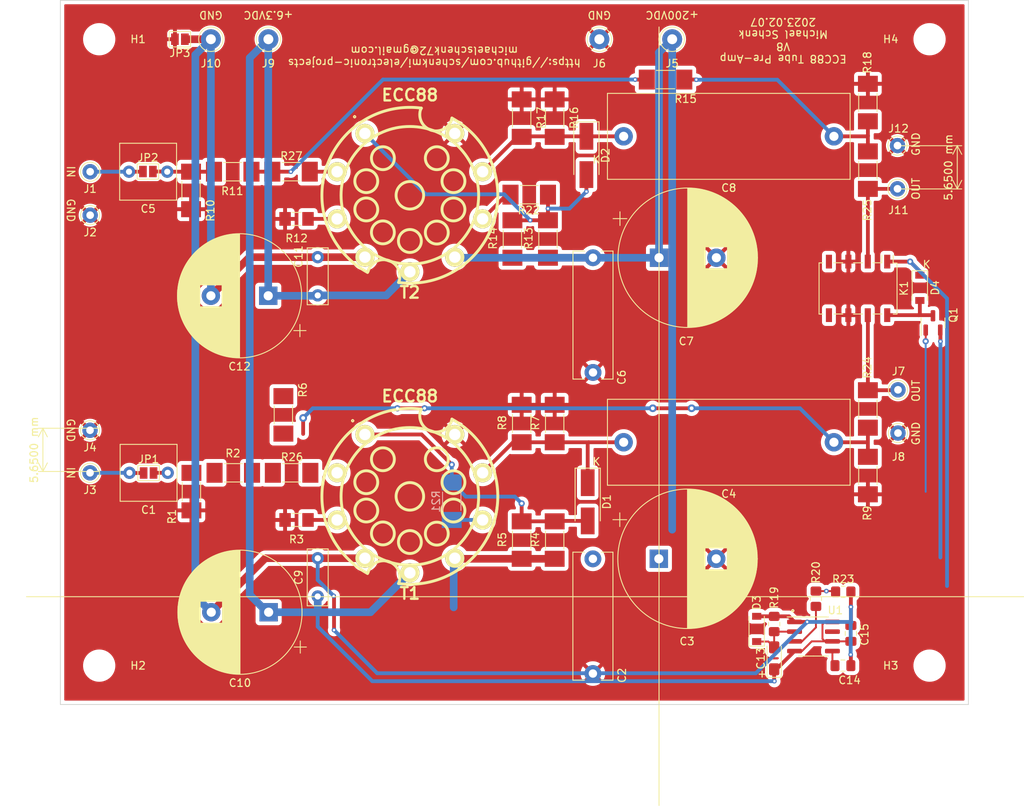
<source format=kicad_pcb>
(kicad_pcb (version 20211014) (generator pcbnew)
  (layers (0 "F.Cu" signal) (31 "B.Cu" signal) (34 "B.Paste" user) (35 "F.Paste" user) (36 "B.SilkS" user "B.Silkscreen") (37 "F.SilkS" user "F.Silkscreen") (38 "B.Mask" user) (39 "F.Mask" user) (44 "Edge.Cuts" user))
  (net 0 "")
  (net 1 "Net-(C1-Pad2)")
  (net 2 "Net-(C1-Pad1)")
  (net 3 "GND")
  (net 4 "VDDA")
  (net 5 "Net-(C4-Pad2)")
  (net 6 "Net-(C4-Pad1)")
  (net 7 "VDDF")
  (net 8 "Net-(R2-Pad1)")
  (net 9 "Net-(R3-Pad1)")
  (net 10 "Net-(C5-Pad2)")
  (net 11 "Net-(C5-Pad1)")
  (net 12 "Net-(C8-Pad2)")
  (net 13 "Net-(C8-Pad1)")
  (net 14 "Net-(R11-Pad1)")
  (net 15 "Net-(R12-Pad1)")
  (net 16 "Net-(D1-Pad2)")
  (net 17 "Net-(D2-Pad2)")
  (net 18 "Net-(R21-Pad2)")
  (net 19 "Net-(R22-Pad2)")
  (net 20 "Net-(C13-Pad2)")
  (net 21 "Net-(C14-Pad1)")
  (net 22 "Net-(D4-Pad2)")
  (net 23 "Net-(J11-Pad1)")
  (net 24 "Net-(Q1-Pad1)")
  (net 25 "Net-(R20-Pad2)")
  (net 26 "Net-(J7-Pad1)")
  (net 30 "FGND")
  (net 31 "Net-(T1-Pad2)")
  (net 32 "Net-(T2-Pad2)")
  (footprint "kicad-snk:TubeNoval-ECC88" (layer "F.Cu") (at 84.43976 135.9789 180)
    (fp_text reference "T1")
    (fp_text value "ECC88")
  )
  (footprint "Capacitor_THT:C_Rect_L7.2mm_W7.2mm_P5.00mm_FKS2_FKP2_MKS2_MKP2" (layer "F.Cu") (at 52.775 132.9 180)
    (fp_text reference "C1")
    (fp_text value "3.3uF")
  )
  (footprint "Capacitor_THT:C_Rect_L16.5mm_W5.0mm_P15.00mm_MKT" (layer "F.Cu") (at 108.375 144.15 -90)
    (fp_text reference "C2")
    (fp_text value "100nF")
  )
  (footprint "Capacitor_THT:CP_Radial_D18.0mm_P7.50mm" (layer "F.Cu") (at 117 144.145)
    (fp_text reference "C3")
    (fp_text value "100uF")
  )
  (footprint "Capacitor_THT:C_Rect_L31.5mm_W11.0mm_P27.50mm_MKS4" (layer "F.Cu") (at 139.895 128.905 180)
    (fp_text reference "C4")
    (fp_text value "2.2uF")
  )
  (footprint "MountingHole:MountingHole_3.2mm_M3" (layer "F.Cu") (at 43.815 76.2)
    (fp_text reference "H1")
    (fp_text value "MountingHole")
  )
  (footprint "MountingHole:MountingHole_3.2mm_M3" (layer "F.Cu") (at 43.815 158.115)
    (fp_text reference "H2")
    (fp_text value "MountingHole")
  )
  (footprint "MountingHole:MountingHole_3.2mm_M3" (layer "F.Cu") (at 152.4 158.115)
    (fp_text reference "H3")
    (fp_text value "MountingHole")
  )
  (footprint "MountingHole:MountingHole_3.2mm_M3" (layer "F.Cu") (at 152.4 76.2)
    (fp_text reference "H4")
    (fp_text value "MountingHole")
  )
  (footprint "Connector_Pin:Pin_D1.0mm_L10.0mm" (layer "F.Cu") (at 42.615 132.9)
    (fp_text reference "J3")
    (fp_text value "Conn_01x01")
  )
  (footprint "Connector_Pin:Pin_D1.0mm_L10.0mm" (layer "F.Cu") (at 42.615 127.336612)
    (fp_text reference "J4")
    (fp_text value "Conn_01x01")
  )
  (footprint "Connector_Pin:Pin_D1.3mm_L11.0mm" (layer "F.Cu") (at 118.745 76.2)
    (fp_text reference "J5")
    (fp_text value "Conn_01x01")
  )
  (footprint "Connector_Pin:Pin_D1.3mm_L11.0mm" (layer "F.Cu") (at 109.22 76.2)
    (fp_text reference "J6")
    (fp_text value "Conn_01x01")
  )
  (footprint "Connector_Pin:Pin_D1.0mm_L10.0mm" (layer "F.Cu") (at 148.2725 127.6985)
    (fp_text reference "J8")
    (fp_text value "Conn_01x01")
  )
  (footprint "Resistor_SMD:R_MELF_MMB-0207" (layer "F.Cu") (at 55.875 135.36 -90)
    (fp_text reference "R1")
    (fp_text value "1Meg")
  )
  (footprint "Resistor_SMD:R_MELF_MMB-0207" (layer "F.Cu") (at 61.35 132.9 180)
    (fp_text reference "R2")
    (fp_text value "10k/47k")
  )
  (footprint "Resistor_SMD:R_MiniMELF_MMA-0204" (layer "F.Cu") (at 69.62 139.065 180)
    (fp_text reference "R3")
    (fp_text value "1.21k")
  )
  (footprint "Resistor_SMD:R_MELF_MMB-0207" (layer "F.Cu") (at 103.378 141.695 90)
    (fp_text reference "R4")
    (fp_text value "56k")
  )
  (footprint "Resistor_SMD:R_MELF_MMB-0207" (layer "F.Cu") (at 99.06 141.695 90)
    (fp_text reference "R5")
    (fp_text value "39k")
  )
  (footprint "Resistor_SMD:R_MELF_MMB-0207" (layer "F.Cu") (at 67.9 125.325 -90)
    (fp_text reference "R6")
    (fp_text value "22k/100k")
  )
  (footprint "Resistor_SMD:R_MELF_MMB-0207" (layer "F.Cu") (at 103.378 126.455 90)
    (fp_text reference "R7")
    (fp_text value "56k")
  )
  (footprint "Resistor_SMD:R_MELF_MMB-0207" (layer "F.Cu") (at 99.06 126.455 90)
    (fp_text reference "R8")
    (fp_text value "39k")
  )
  (footprint "Resistor_SMD:R_MELF_MMB-0207" (layer "F.Cu") (at 144.3355 133.26 90)
    (fp_text reference "R9")
    (fp_text value "1Meg")
  )
  (footprint "Capacitor_THT:C_Rect_L7.2mm_W7.2mm_P5.00mm_FKS2_FKP2_MKS2_MKP2" (layer "F.Cu") (at 52.711904 93.525 180)
    (fp_text reference "C5")
    (fp_text value "3.3uF")
  )
  (footprint "Capacitor_THT:C_Rect_L16.5mm_W5.0mm_P15.00mm_MKT" (layer "F.Cu") (at 108.387976 104.775 -90)
    (fp_text reference "C6")
    (fp_text value "100nF")
  )
  (footprint "Capacitor_THT:CP_Radial_D18.0mm_P7.50mm" (layer "F.Cu") (at 117.025 104.775)
    (fp_text reference "C7")
    (fp_text value "100uF")
  )
  (footprint "Capacitor_THT:C_Rect_L31.5mm_W11.0mm_P27.50mm_MKS4" (layer "F.Cu") (at 139.895 88.9 180)
    (fp_text reference "C8")
    (fp_text value "2.2uF")
  )
  (footprint "Connector_Pin:Pin_D1.0mm_L10.0mm" (layer "F.Cu") (at 42.631904 93.525)
    (fp_text reference "J1")
    (fp_text value "Conn_01x01")
  )
  (footprint "Connector_Pin:Pin_D1.0mm_L10.0mm" (layer "F.Cu") (at 42.631904 99.21)
    (fp_text reference "J2")
    (fp_text value "Conn_01x01")
  )
  (footprint "Connector_Pin:Pin_D1.3mm_L11.0mm" (layer "F.Cu") (at 65.9384 76.2)
    (fp_text reference "J9")
    (fp_text value "Conn_01x01")
  )
  (footprint "Connector_Pin:Pin_D1.3mm_L11.0mm" (layer "F.Cu") (at 58.42 76.2)
    (fp_text reference "J10")
    (fp_text value "Conn_01x01")
  )
  (footprint "Connector_Pin:Pin_D1.0mm_L10.0mm" (layer "F.Cu") (at 148.209 95.758)
    (fp_text reference "J11")
    (fp_text value "Conn_01x01")
  )
  (footprint "Connector_Pin:Pin_D1.0mm_L10.0mm" (layer "F.Cu") (at 148.209 90.1065)
    (fp_text reference "J12")
    (fp_text value "Conn_01x01")
  )
  (footprint "Resistor_SMD:R_MELF_MMB-0207" (layer "F.Cu") (at 55.825 95.975 -90)
    (fp_text reference "R10")
    (fp_text value "1Meg")
  )
  (footprint "Resistor_SMD:R_MELF_MMB-0207" (layer "F.Cu") (at 61.275 93.525 180)
    (fp_text reference "R11")
    (fp_text value "10k/47k")
  )
  (footprint "Resistor_SMD:R_MiniMELF_MMA-0204" (layer "F.Cu") (at 69.62 99.695 180)
    (fp_text reference "R12")
    (fp_text value "1.21k")
  )
  (footprint "Resistor_SMD:R_MELF_MMB-0207" (layer "F.Cu") (at 102.5 102.325 90)
    (fp_text reference "R13")
    (fp_text value "56k")
  )
  (footprint "Resistor_SMD:R_MELF_MMB-0207" (layer "F.Cu") (at 97.85 102.325 90)
    (fp_text reference "R14")
    (fp_text value "39k")
  )
  (footprint "Resistor_SMD:R_MELF_MMB-0207" (layer "F.Cu") (at 117.875 81.475 180)
    (fp_text reference "R15")
    (fp_text value "22k/100k")
  )
  (footprint "Resistor_SMD:R_MELF_MMB-0207" (layer "F.Cu") (at 103.378 86.51773 90)
    (fp_text reference "R16")
    (fp_text value "56k")
  )
  (footprint "Resistor_SMD:R_MELF_MMB-0207" (layer "F.Cu") (at 99.06 86.51773 90)
    (fp_text reference "R17")
    (fp_text value "39k")
  )
  (footprint "Resistor_SMD:R_MELF_MMB-0207" (layer "F.Cu") (at 144.3355 84.4815 90)
    (fp_text reference "R18")
    (fp_text value "1Meg")
  )
  (footprint "kicad-snk:TubeNoval-ECC88" (layer "F.Cu") (at 84.43976 96.6089 180)
    (fp_text reference "T2")
    (fp_text value "ECC88")
  )
  (footprint "Capacitor_THT:C_Rect_L7.2mm_W2.5mm_P5.00mm_FKS2_FKP2_MKS2_MKP2" (layer "F.Cu") (at 72.39 149.0688 90)
    (fp_text reference "C9")
    (fp_text value "100nF")
  )
  (footprint "Capacitor_THT:CP_Radial_D16.0mm_P7.50mm" (layer "F.Cu") (at 65.9708 151.13 180)
    (fp_text reference "C10")
    (fp_text value "2200uF")
  )
  (footprint "Capacitor_THT:C_Rect_L7.2mm_W2.5mm_P5.00mm_FKS2_FKP2_MKS2_MKP2" (layer "F.Cu") (at 72.39 109.6988 90)
    (fp_text reference "C11")
    (fp_text value "100nF")
  )
  (footprint "Capacitor_THT:CP_Radial_D16.0mm_P7.50mm" (layer "F.Cu") (at 65.92 109.75 180)
    (fp_text reference "C12")
    (fp_text value "2200uF")
  )
  (footprint "Diode_SMD:D_SMA_Handsoldering" (layer "F.Cu") (at 107.696 136.692 -90)
    (fp_text reference "D1")
    (fp_text value "1N4007")
  )
  (footprint "Diode_SMD:D_SMA_Handsoldering" (layer "F.Cu") (at 107.525 91.4 -90)
    (fp_text reference "D2")
    (fp_text value "1N4007")
  )
  (footprint "Resistor_SMD:R_MELF_MMB-0207" (layer "F.Cu") (at 100.05 96.525 180)
    (fp_text reference "R22")
    (fp_text value "100R")
  )
  (footprint "Relay_SMD:Relay_DPDT_Omron_G6K-2F" (layer "F.Cu") (at 143.0528 108.783 -90)
    (fp_text reference "K1")
    (fp_text value "G6K-2F-TR DC6")
  )
  (footprint "Capacitor_Tantalum_SMD:CP_EIA-3216-12_Kemet-S_Pad1.58x1.35mm_HandSolder" (layer "F.Cu") (at 132.08 157.1601 90)
    (fp_text reference "C13")
    (fp_text value "15uF/25V")
  )
  (footprint "Capacitor_SMD:C_0805_2012Metric_Pad1.18x1.45mm_HandSolder" (layer "F.Cu") (at 141.0716 158.115)
    (fp_text reference "C14")
    (fp_text value "100nF/50V")
  )
  (footprint "Capacitor_SMD:C_0805_2012Metric_Pad1.18x1.45mm_HandSolder" (layer "F.Cu") (at 142.113 153.9025 90)
    (fp_text reference "C15")
    (fp_text value "100nF/50V")
  )
  (footprint "Diode_SMD:D_SOD-123" (layer "F.Cu") (at 129.794 153.3144 90)
    (fp_text reference "D3")
    (fp_text value "1N4148W")
  )
  (footprint "Diode_SMD:D_SOD-123" (layer "F.Cu") (at 151.13 108.712 -90)
    (fp_text reference "D4")
    (fp_text value "1N4148W")
  )
  (footprint "Package_TO_SOT_SMD:SOT-23" (layer "F.Cu") (at 152.847 113.3 90)
    (fp_text reference "Q1")
    (fp_text value "MMBT3904")
  )
  (footprint "Resistor_SMD:R_0805_2012Metric_Pad1.20x1.40mm_HandSolder" (layer "F.Cu") (at 132.08 152.67 90)
    (fp_text reference "R19")
    (fp_text value "2Meg")
  )
  (footprint "Resistor_SMD:R_0805_2012Metric_Pad1.20x1.40mm_HandSolder" (layer "F.Cu") (at 137.541 149.368 -90)
    (fp_text reference "R20")
    (fp_text value "2.49k")
  )
  (footprint "Resistor_SMD:R_0805_2012Metric_Pad1.20x1.40mm_HandSolder" (layer "F.Cu") (at 141.113 148.463)
    (fp_text reference "R23")
    (fp_text value "2.49k")
  )
  (footprint "Package_SO:SOIC-8_3.9x4.9mm_P1.27mm" (layer "F.Cu") (at 137.222 154.305)
    (fp_text reference "U1")
    (fp_text value "TLC555xD")
  )
  (footprint "Resistor_SMD:R_MELF_MMB-0207" (layer "F.Cu") (at 144.3355 124.55 -90)
    (fp_text reference "R24")
    (fp_text value "470R")
  )
  (footprint "Resistor_SMD:R_MELF_MMB-0207" (layer "F.Cu") (at 144.3355 93.3185 90)
    (fp_text reference "R25")
    (fp_text value "470R")
  )
  (footprint "Connector_Pin:Pin_D1.0mm_L10.0mm" (layer "F.Cu") (at 148.2725 122.047)
    (fp_text reference "J7")
    (fp_text value "Conn_01x01")
  )
  (footprint "Jumper:SolderJumper-2_P1.3mm_Open_Pad1.0x1.5mm" (layer "F.Cu") (at 50.186104 93.4996)
    (fp_text reference "JP2")
    (fp_text value "SolderJumper_2_Open")
  )
  (footprint "Resistor_SMD:R_MELF_MMB-0207" (layer "F.Cu") (at 68.9 93.52)
    (fp_text reference "R27")
    (fp_text value "100R")
  )
  (footprint "Jumper:SolderJumper-2_P1.3mm_Open_Pad1.0x1.5mm" (layer "F.Cu") (at 50.2708 132.9254)
    (fp_text reference "JP1")
    (fp_text value "SolderJumper_2_Open")
  )
  (footprint "Resistor_SMD:R_MELF_MMB-0207" (layer "F.Cu") (at 68.975 132.9)
    (fp_text reference "R26")
    (fp_text value "100R")
  )
  (footprint "Jumper:SolderJumper-2_P1.3mm_Open_Pad1.0x1.5mm" (layer "F.Cu") (at 54.3664 76.2 180)
    (fp_text reference "JP3")
    (fp_text value "SolderJumper_2_Open")
  )
  (footprint "Resistor_SMD:R_MELF_MMB-0207" (layer "B.Cu") (at 89.916 136.615 -90)
    (fp_text reference "R21")
    (fp_text value "100R")
  )
  (gr_line (start 117.025 74.6) (end 117.025 176.4) (layer "F.SilkS") (width 0.12))
  (gr_line (start 34.3 149.1) (end 164.7 149.1) (layer "F.SilkS") (width 0.12))
  (gr_line (start 157.48 71.12) (end 157.48 163.195) (layer "Edge.Cuts") (width 0.1))
  (gr_line (start 38.735 71.12) (end 157.48 71.12) (layer "Edge.Cuts") (width 0.1))
  (gr_line (start 38.735 163.195) (end 38.735 71.12) (layer "Edge.Cuts") (width 0.1))
  (gr_line (start 157.48 163.195) (end 38.735 163.195) (layer "Edge.Cuts") (width 0.1))
  (gr_text "IN" (at 40.075 132.9 270) (layer "F.SilkS") (effects (font (size 1 1))))
  (gr_text "GND" (at 40.075 127.336612 270) (layer "F.SilkS") (effects (font (size 1 1))))
  (gr_text "GND" (at 40.091904 98.575 270) (layer "F.SilkS") (effects (font (size 1 1))))
  (gr_text "GND" (at 150.622 89.916 90) (layer "F.SilkS") (effects (font (size 1 1))))
  (gr_text "GND" (at 150.622 127.762 90) (layer "F.SilkS") (effects (font (size 1 1))))
  (gr_text "OUT" (at 150.622 122.174 90) (layer "F.SilkS") (effects (font (size 1 1))))
  (gr_text "OUT" (at 150.622 95.758 90) (layer "F.SilkS") (effects (font (size 1 1))))
  (gr_text "+200VDC" (at 118.745 73.025 180) (layer "F.SilkS") (effects (font (size 1 1))))
  (gr_text "+6.3VDC" (at 65.9384 73.025 180) (layer "F.SilkS") (effects (font (size 1 1))))
  (gr_text "GND" (at 109.22 73.025 180) (layer "F.SilkS") (effects (font (size 1 1))))
  (gr_text "GND" (at 58.42 73.025 180) (layer "F.SilkS") (effects (font (size 1 1))))
  (gr_text "K" (at 108.839 131.445) (layer "F.SilkS") (effects (font (size 1 1))))
  (gr_text "K" (at 152.019 105.664) (layer "F.SilkS") (effects (font (size 1 1))))
  (gr_text "°" (at 76.962 126.492) (layer "F.SilkS") (effects (font (size 1 1))))
  (gr_text "°" (at 77.216 86.741) (layer "F.SilkS") (effects (font (size 1 1))))
  (gr_text "IN" (at 40.091904 93.525 270) (layer "F.SilkS") (effects (font (size 1 1))))
  (gr_text "ECC88 Tube Pre-Amp\nV8\nMichael Schenk\n2023.02.07" (at 133.2484 76.3524 180) (layer "F.SilkS") (effects (font (size 1 1))))
  (gr_text "https://github.com/schenkmi/electronic-projects\nmichaelschenk72@gmail.com" (at 87.63 78.486 180) (layer "F.SilkS") (effects (font (size 1 1))))
  (gr_text "+" (at 130.5052 159.1564) (layer "F.SilkS") (effects (font (size 1 1))))
  (gr_text "K" (at 108.839 91.948) (layer "F.SilkS") (effects (font (size 1 1))))
  (gr_text "°" (at 134.5184 151.3332) (layer "F.SilkS") (effects (font (size 1 1))))
  (dimension (type aligned) (layer "F.SilkS") (pts (xy 44.3 132.725) (xy 44.3 127.075)) (height -7.85) (gr_text "5.6500 mm" (at 35.3 129.9 90) (layer "F.SilkS") (effects (font (size 1 1) (thickness 0.15)))) (format (units 3) (units_format 1) (precision 4)) (style (thickness 0.12) (arrow_length 1.27) (text_position_mode 0) (extension_height 0.58642) (extension_offset 0.5) keep_text_aligned))
  (dimension (type aligned) (layer "F.SilkS") (pts (xy 148.175 90.125) (xy 148.175 95.775)) (height -7.85) (gr_text "5.6500 mm" (at 154.875 92.95 90) (layer "F.SilkS") (effects (font (size 1 1) (thickness 0.15)))) (format (units 3) (units_format 1) (precision 4)) (style (thickness 0.12) (arrow_length 1.27) (text_position_mode 0) (extension_height 0.58642) (extension_offset 0.5) keep_text_aligned))
  (segment (start 49.6208 132.9254) (end 47.8004 132.9254) (width 0.5) (layer "F.Cu") (net 1))
  (segment (start 42.615 132.9) (end 47.775 132.9) (width 0.5) (layer "B.Cu") (net 1))
  (segment (start 52.775 132.9) (end 50.9462 132.9) (width 0.5) (layer "F.Cu") (net 2))
  (segment (start 108.387976 104.775) (end 97.85 104.775) (width 1) (layer "F.Cu") (net 4))
  (segment (start 103.378 144.145) (end 99.06 144.145) (width 1) (layer "F.Cu") (net 4))
  (segment (start 97.6058 104.6988) (end 97.682 104.775) (width 1) (layer "F.Cu") (net 4))
  (segment (start 99.06 144.145) (end 90.39352 144.145) (width 1) (layer "F.Cu") (net 4))
  (segment (start 117.025 77.9852) (end 116.9924 77.9526) (width 1) (layer "B.Cu") (net 4))
  (segment (start 118.745 140.335) (end 118.745 76.2) (width 1) (layer "B.Cu") (net 4))
  (segment (start 90.17 150.495) (end 90.17 144.21612) (width 1) (layer "B.Cu") (net 4))
  (segment (start 116.9924 77.9526) (end 118.745 76.2) (width 1) (layer "B.Cu") (net 4))
  (segment (start 117.025 104.775) (end 117.025 77.9852) (width 1) (layer "B.Cu") (net 4))
  (segment (start 108.387976 104.775) (end 90.39352 104.775) (width 1) (layer "B.Cu") (net 4))
  (segment (start 117.025 104.775) (end 108.387976 104.775) (width 1) (layer "B.Cu") (net 4))
  (segment (start 90.39352 104.775) (end 90.31732 104.6988) (width 1) (layer "B.Cu") (net 4))
  (segment (start 97.93732 128.905) (end 99.06 128.905) (width 0.5) (layer "F.Cu") (net 5))
  (segment (start 93.94952 132.8928) (end 97.93732 128.905) (width 0.5) (layer "F.Cu") (net 5))
  (segment (start 107.696 129.032) (end 107.823 128.905) (width 0.5) (layer "F.Cu") (net 5))
  (segment (start 99.06 128.905) (end 103.378 128.905) (width 0.5) (layer "F.Cu") (net 5))
  (segment (start 107.823 128.905) (end 112.395 128.905) (width 0.5) (layer "F.Cu") (net 5))
  (segment (start 103.378 128.905) (end 107.823 128.905) (width 0.5) (layer "F.Cu") (net 5))
  (segment (start 107.696 134.192) (end 107.696 129.032) (width 0.5) (layer "F.Cu") (net 5))
  (segment (start 139.895 128.905) (end 144.272 128.905) (width 0.5) (layer "F.Cu") (net 6))
  (segment (start 121.285 124.46) (end 116.205 124.46) (width 0.5) (layer "F.Cu") (net 6))
  (segment (start 70.485 125.73) (end 70.485 127.815) (width 0.5) (layer "F.Cu") (net 6))
  (segment (start 144.3355 130.81) (end 144.3355 127) (width 0.5) (layer "F.Cu") (net 6))
  (segment (start 82.804 124.46) (end 86.36 124.46) (width 0.5) (layer "F.Cu") (net 6))
  (via (at 121.285 124.46) (size 1) (drill 0.5) (layers "F.Cu" "B.Cu") (net 6))
  (via (at 70.485 125.73) (size 1) (drill 0.5) (layers "F.Cu" "B.Cu") (net 6))
  (via (at 116.205 124.46) (size 1) (drill 0.5) (layers "F.Cu" "B.Cu") (net 6))
  (via (at 86.36 124.46) (size 0.8) (drill 0.4) (layers "F.Cu" "B.Cu") (net 6))
  (via (at 82.804 124.46) (size 0.8) (drill 0.4) (layers "F.Cu" "B.Cu") (net 6))
  (segment (start 86.36 124.46) (end 116.205 124.46) (width 0.5) (layer "B.Cu") (net 6))
  (segment (start 71.755 124.46) (end 70.485 125.73) (width 0.5) (layer "B.Cu") (net 6))
  (segment (start 121.285 124.46) (end 135.45 124.46) (width 0.5) (layer "B.Cu") (net 6))
  (segment (start 71.755 124.46) (end 82.804 124.46) (width 0.5) (layer "B.Cu") (net 6))
  (segment (start 135.45 124.46) (end 139.895 128.905) (width 0.5) (layer "B.Cu") (net 6))
  (segment (start 138.39699 152.72501) (end 138.39699 154.61499) (width 0.25) (layer "F.Cu") (net 7))
  (segment (start 139.697 152.4) (end 138.722 152.4) (width 0.25) (layer "F.Cu") (net 7))
  (segment (start 135.722 156.21) (end 136.992 154.94) (width 0.25) (layer "F.Cu") (net 7))
  (segment (start 132.08 160.1216) (end 132.1054 160.147) (width 0.5) (layer "F.Cu") (net 7))
  (segment (start 138.722 152.4) (end 138.39699 152.72501) (width 0.25) (layer "F.Cu") (net 7))
  (segment (start 151.13 107.062) (end 151.13 106.553) (width 0.5) (layer "F.Cu") (net 7))
  (segment (start 132.08 158.5976) (end 132.08 160.1216) (width 0.5) (layer "F.Cu") (net 7))
  (segment (start 134.747 156.21) (end 135.722 156.21) (width 0.25) (layer "F.Cu") (net 7))
  (segment (start 151.13 106.553) (end 149.86 105.283) (width 0.5) (layer "F.Cu") (net 7))
  (segment (start 142.113 154.94) (end 139.697 154.94) (width 0.25) (layer "F.Cu") (net 7))
  (segment (start 136.992 154.94) (end 139.697 154.94) (width 0.25) (layer "F.Cu") (net 7))
  (segment (start 149.86 105.283) (end 146.8628 105.283) (width 0.5) (layer "F.Cu") (net 7))
  (segment (start 138.722 154.94) (end 139.697 154.94) (width 0.25) (layer "F.Cu") (net 7))
  (segment (start 138.39699 154.61499) (end 138.722 154.94) (width 0.25) (layer "F.Cu") (net 7))
  (segment (start 132.3594 158.5976) (end 134.747 156.21) (width 0.5) (layer "F.Cu") (net 7))
  (via (at 132.1054 160.147) (size 0.6) (drill 0.3) (layers "F.Cu" "B.Cu") (net 7))
  (via (at 149.86 105.283) (size 0.8) (drill 0.4) (layers "F.Cu" "B.Cu") (net 7))
  (segment (start 132.1054 160.147) (end 79.5274 160.147) (width 0.5) (layer "B.Cu") (net 7))
  (segment (start 63.5 148.844) (end 63.5 78.6384) (width 1) (layer "B.Cu") (net 7))
  (segment (start 72.39 149.0688) (end 72.39 150.8252) (width 1) (layer "B.Cu") (net 7))
  (segment (start 65.92 109.75) (end 65.92 76.2184) (width 1) (layer "B.Cu") (net 7))
  (segment (start 72.3388 109.75) (end 72.39 109.6988) (width 1) (layer "B.Cu") (net 7))
  (segment (start 154.686 147.701) (end 154.686 110.109) (width 0.5) (layer "B.Cu") (net 7))
  (segment (start 65.92 109.75) (end 72.3388 109.75) (width 1) (layer "B.Cu") (net 7))
  (segment (start 72.39 153.0096) (end 72.39 150.8252) (width 0.5) (layer "B.Cu") (net 7))
  (segment (start 72.39 150.8252) (end 72.6948 151.13) (width 1) (layer "B.Cu") (net 7))
  (segment (start 65.9708 151.13) (end 72.6948 151.13) (width 1) (layer "B.Cu") (net 7))
  (segment (start 79.5274 160.147) (end 72.39 153.0096) (width 0.5) (layer "B.Cu") (net 7))
  (segment (start 154.686 110.109) (end 149.86 105.283) (width 0.5) (layer "B.Cu") (net 7))
  (segment (start 63.5 78.6384) (end 65.9384 76.2) (width 1) (layer "B.Cu") (net 7))
  (segment (start 79.28864 151.13) (end 84.43976 145.97888) (width 1) (layer "B.Cu") (net 7))
  (segment (start 72.39 109.6988) (end 81.34984 109.6988) (width 1) (layer "B.Cu") (net 7))
  (segment (start 65.786 151.13) (end 63.5 148.844) (width 1) (layer "B.Cu") (net 7))
  (segment (start 72.6948 151.13) (end 79.28864 151.13) (width 1) (layer "B.Cu") (net 7))
  (segment (start 81.34984 109.6988) (end 84.43976 106.60888) (width 1) (layer "B.Cu") (net 7))
  (segment (start 65.92 76.2184) (end 65.9384 76.2) (width 1) (layer "B.Cu") (net 7))
  (segment (start 71.12 139.065) (end 74.93 139.065) (width 0.5) (layer "F.Cu") (net 9))
  (segment (start 47.711904 93.525) (end 49.510704 93.525) (width 0.5) (layer "F.Cu") (net 10))
  (segment (start 42.631904 93.525) (end 47.711904 93.525) (width 0.5) (layer "B.Cu") (net 10))
  (segment (start 55.825 93.525) (end 52.711904 93.525) (width 0.5) (layer "F.Cu") (net 11))
  (segment (start 50.836104 93.4996) (end 52.686504 93.4996) (width 0.5) (layer "F.Cu") (net 11))
  (segment (start 58.825 93.525) (end 55.825 93.525) (width 0.5) (layer "F.Cu") (net 11))
  (segment (start 107.696 88.9) (end 112.395 88.9) (width 0.5) (layer "F.Cu") (net 12))
  (segment (start 103.378 88.9) (end 99.06 88.9) (width 0.5) (layer "F.Cu") (net 12))
  (segment (start 103.378 88.9) (end 107.4 88.9) (width 0.5) (layer "F.Cu") (net 12))
  (segment (start 93.94952 93.5228) (end 98.57232 88.9) (width 0.5) (layer "F.Cu") (net 12))
  (segment (start 107.4 88.9) (end 107.696 88.9) (width 0.5) (layer "F.Cu") (net 12))
  (segment (start 144.3355 88.8365) (end 144.3355 90.8685) (width 0.5) (layer "F.Cu") (net 13))
  (segment (start 120.325 81.475) (end 121.875 81.475) (width 0.5) (layer "F.Cu") (net 13))
  (segment (start 121.875 81.475) (end 121.9 81.5) (width 0.5) (layer "F.Cu") (net 13))
  (segment (start 144.272 88.9) (end 144.3355 88.8365) (width 0.5) (layer "F.Cu") (net 13))
  (segment (start 139.895 88.9) (end 144.272 88.9) (width 0.5) (layer "F.Cu") (net 13))
  (segment (start 144.3355 86.9315) (end 144.3355 88.8365) (width 0.5) (layer "F.Cu") (net 13))
  (via (at 121.9 81.5) (size 0.6) (drill 0.3) (layers "F.Cu" "B.Cu") (net 13))
  (segment (start 132.495 81.5) (end 139.895 88.9) (width 0.5) (layer "B.Cu") (net 13))
  (segment (start 121.9 81.5) (end 132.495 81.5) (width 0.5) (layer "B.Cu") (net 13))
  (segment (start 66.45 93.52) (end 68.87 93.52) (width 0.5) (layer "F.Cu") (net 14))
  (segment (start 66.45 93.52) (end 63.73 93.52) (width 0.5) (layer "F.Cu") (net 14))
  (segment (start 115.425 81.475) (end 113.9 81.475) (width 0.5) (layer "F.Cu") (net 14))
  (segment (start 68.87 93.52) (end 68.875 93.525) (width 0.5) (layer "F.Cu") (net 14))
  (segment (start 63.73 93.52) (end 63.725 93.525) (width 0.5) (layer "F.Cu") (net 14))
  (via (at 68.875 93.525) (size 0.6) (drill 0.3) (layers "F.Cu" "B.Cu") (net 14))
  (via (at 113.9 81.475) (size 0.6) (drill 0.3) (layers "F.Cu" "B.Cu") (net 14))
  (segment (start 113.9 81.475) (end 80.925 81.475) (width 0.5) (layer "B.Cu") (net 14))
  (segment (start 80.925 81.475) (end 68.875 93.525) (width 0.5) (layer "B.Cu") (net 14))
  (segment (start 71.12 99.695) (end 74.93 99.695) (width 0.5) (layer "F.Cu") (net 15))
  (segment (start 99.06 136.906) (end 99.06 139.245) (width 0.5) (layer "F.Cu") (net 16))
  (segment (start 103.378 139.245) (end 99.06 139.245) (width 0.5) (layer "F.Cu") (net 16))
  (segment (start 85.979 127.889) (end 89.916 131.826) (width 0.5) (layer "F.Cu") (net 16))
  (segment (start 107.696 139.192) (end 103.431 139.192) (width 0.5) (layer "F.Cu") (net 16))
  (segment (start 78.5622 127.889) (end 85.979 127.889) (width 0.5) (layer "F.Cu") (net 16))
  (via (at 99.06 136.906) (size 0.8) (drill 0.4) (layers "F.Cu" "B.Cu") (net 16))
  (via (at 89.916 131.826) (size 0.8) (drill 0.4) (layers "F.Cu" "B.Cu") (net 16))
  (segment (start 91.768 136.017) (end 98.171 136.017) (width 0.5) (layer "B.Cu") (net 16))
  (segment (start 89.916 131.826) (end 89.916 134.165) (width 0.5) (layer "B.Cu") (net 16))
  (segment (start 98.171 136.017) (end 99.06 136.906) (width 0.5) (layer "B.Cu") (net 16))
  (segment (start 89.916 134.165) (end 91.768 136.017) (width 0.5) (layer "B.Cu") (net 16))
  (segment (start 107.525 93.9) (end 107.525 96.125) (width 0.5) (layer "F.Cu") (net 17))
  (segment (start 102.5 99.875) (end 102.5 98.35) (width 0.5) (layer "F.Cu") (net 17))
  (segment (start 100.175 99.875) (end 102.5 99.875) (width 0.5) (layer "F.Cu") (net 17))
  (segment (start 102.5 98.35) (end 102.5 96.525) (width 0.5) (layer "F.Cu") (net 17))
  (segment (start 97.85 99.875) (end 100.175 99.875) (width 0.5) (layer "F.Cu") (net 17))
  (via (at 100.175 99.875) (size 0.6) (drill 0.3) (layers "F.Cu" "B.Cu") (net 17))
  (via (at 102.5 98.35) (size 0.6) (drill 0.3) (layers "F.Cu" "B.Cu") (net 17))
  (via (at 107.525 96.125) (size 0.6) (drill 0.3) (layers "F.Cu" "B.Cu") (net 17))
  (segment (start 100.175 99.875) (end 96.775 96.475) (width 0.5) (layer "B.Cu") (net 17))
  (segment (start 105.3 98.35) (end 102.5 98.35) (width 0.5) (layer "B.Cu") (net 17))
  (segment (start 96.775 96.475) (end 86.5182 96.475) (width 0.5) (layer "B.Cu") (net 17))
  (segment (start 107.525 96.125) (end 105.3 98.35) (width 0.5) (layer "B.Cu") (net 17))
  (segment (start 86.5182 96.475) (end 78.5622 88.519) (width 0.5) (layer "B.Cu") (net 17))
  (segment (start 89.916 139.065) (end 93.94952 139.065) (width 0.5) (layer "B.Cu") (net 18))
  (segment (start 97.11952 96.525) (end 93.94952 99.695) (width 0.5) (layer "F.Cu") (net 19))
  (segment (start 97.6 96.525) (end 97.11952 96.525) (width 0.5) (layer "F.Cu") (net 19))
  (segment (start 129.794 154.9644) (end 131.3218 154.9644) (width 0.25) (layer "F.Cu") (net 20))
  (segment (start 132.08 153.67) (end 132.08 155.7226) (width 0.25) (layer "F.Cu") (net 20))
  (segment (start 134.747 153.67) (end 132.08 153.67) (width 0.25) (layer "F.Cu") (net 20))
  (segment (start 131.3218 154.9644) (end 132.08 155.7226) (width 0.25) (layer "F.Cu") (net 20))
  (segment (start 139.697 156.21) (end 139.697 157.7779) (width 0.25) (layer "F.Cu") (net 21))
  (segment (start 146.8628 112.283) (end 150.988 112.283) (width 0.5) (layer "F.Cu") (net 22))
  (segment (start 150.988 112.283) (end 152.7675 112.283) (width 0.5) (layer "F.Cu") (net 22))
  (segment (start 152.7675 112.283) (end 152.847 112.3625) (width 0.5) (layer "F.Cu") (net 22))
  (segment (start 151.13 110.362) (end 151.13 112.141) (width 0.5) (layer "F.Cu") (net 22))
  (segment (start 151.13 112.141) (end 150.988 112.283) (width 0.5) (layer "F.Cu") (net 22))
  (segment (start 144.3355 95.7685) (end 144.3355 105.2395) (width 0.5) (layer "F.Cu") (net 23))
  (segment (start 144.3355 95.7685) (end 148.1985 95.7685) (width 0.5) (layer "F.Cu") (net 23))
  (segment (start 138.906 148.368) (end 140.018 148.368) (width 0.25) (layer "F.Cu") (net 24))
  (segment (start 151.897 115.692) (end 151.892 115.697) (width 0.25) (layer "F.Cu") (net 24))
  (segment (start 137.541 148.368) (end 138.906 148.368) (width 0.25) (layer "F.Cu") (net 24))
  (segment (start 151.897 114.3) (end 151.897 115.692) (width 0.25) (layer "F.Cu") (net 24))
  (via (at 138.906 148.368) (size 0.6) (drill 0.3) (layers "F.Cu" "B.Cu") (net 24))
  (via (at 151.892 115.697) (size 0.8) (drill 0.4) (layers "F.Cu" "B.Cu") (net 24))
  (segment (start 151.892 115.697) (end 151.892 135.382) (width 0.25) (layer "B.Cu") (net 24))
  (segment (start 135.722 154.94) (end 137.541 153.121) (width 0.25) (layer "F.Cu") (net 25))
  (segment (start 134.747 154.94) (end 135.722 154.94) (width 0.25) (layer "F.Cu") (net 25))
  (segment (start 137.541 153.121) (end 137.541 150.368) (width 0.25) (layer "F.Cu") (net 25))
  (segment (start 144.3355 122.1) (end 148.2195 122.1) (width 0.5) (layer "F.Cu") (net 26))
  (segment (start 144.3355 122.1) (end 144.3355 112.2965) (width 0.5) (layer "F.Cu") (net 26))
  (segment (start 142.1091 156.6887) (end 142.0876 156.6672) (width 0.5) (layer "F.Cu") (net 30))
  (segment (start 132.08 151.67) (end 134.017 151.67) (width 0.5) (layer "F.Cu") (net 30))
  (segment (start 72.39 104.6988) (end 63.4712 104.6988) (width 1) (layer "F.Cu") (net 30))
  (segment (start 78.5622 144.0688) (end 72.39 144.0688) (width 1) (layer "F.Cu") (net 30))
  (segment (start 142.1091 158.115) (end 142.1091 156.6887) (width 0.5) (layer "F.Cu") (net 30))
  (segment (start 78.5622 104.6988) (end 72.39 104.6988) (width 1) (layer "F.Cu") (net 30))
  (segment (start 63.4712 104.6988) (end 58.42 109.75) (width 1) (layer "F.Cu") (net 30))
  (segment (start 72.39 144.0688) (end 65.532 144.0688) (width 1) (layer "F.Cu") (net 30))
  (segment (start 134.747 152.4) (end 136.398 152.4) (width 0.5) (layer "F.Cu") (net 30))
  (segment (start 142.113 152.865) (end 142.113 150.4442) (width 0.5) (layer "F.Cu") (net 30))
  (segment (start 65.532 144.0688) (end 58.4708 151.13) (width 1) (layer "F.Cu") (net 30))
  (segment (start 74.5236 149.0472) (end 74.4728 148.9964) (width 0.5) (layer "F.Cu") (net 30))
  (segment (start 142.113 150.4442) (end 142.113 148.463) (width 0.5) (layer "F.Cu") (net 30))
  (segment (start 134.017 151.67) (end 134.747 152.4) (width 0.5) (layer "F.Cu") (net 30))
  (segment (start 129.794 151.6644) (end 132.0744 151.6644) (width 0.5) (layer "F.Cu") (net 30))
  (segment (start 74.5236 153.4668) (end 74.5236 149.0472) (width 0.5) (layer "F.Cu") (net 30))
  (segment (start 58.42 76.2) (end 55.0164 76.2) (width 1) (layer "F.Cu") (net 30))
  (segment (start 153.8224 115.7224) (end 153.8224 114.3254) (width 0.5) (layer "F.Cu") (net 30))
  (via (at 74.4728 148.9964) (size 0.6) (drill 0.3) (layers "F.Cu" "B.Cu") (net 30))
  (via (at 142.0876 156.6672) (size 0.6) (drill 0.3) (layers "F.Cu" "B.Cu") (net 30))
  (via (at 74.5236 153.4668) (size 0.6) (drill 0.3) (layers "F.Cu" "B.Cu") (net 30))
  (via (at 142.113 150.4442) (size 0.6) (drill 0.3) (layers "F.Cu" "B.Cu") (net 30))
  (via (at 136.398 152.4) (size 0.6) (drill 0.3) (layers "F.Cu" "B.Cu") (net 30))
  (via (at 153.8224 115.7224) (size 0.6) (drill 0.3) (layers "F.Cu" "B.Cu") (net 30))
  (segment (start 58.42 109.75) (end 58.42 76.2) (width 1) (layer "B.Cu") (net 30))
  (segment (start 142.113 152.4762) (end 142.113 150.4442) (width 0.5) (layer "B.Cu") (net 30))
  (segment (start 142.0876 156.6672) (end 142.0876 152.5016) (width 0.5) (layer "B.Cu") (net 30))
  (segment (start 153.8224 143.9672) (end 153.8224 115.7224) (width 0.5) (layer "B.Cu") (net 30))
  (segment (start 72.39 146.9136) (end 72.39 144.0688) (width 0.5) (layer "B.Cu") (net 30))
  (segment (start 56.388 78.232) (end 58.42 76.2) (width 1) (layer "B.Cu") (net 30))
  (segment (start 142.0876 152.5016) (end 142.1892 152.4) (width 0.5) (layer "B.Cu") (net 30))
  (segment (start 136.398 152.4) (end 129.6924 159.1056) (width 0.5) (layer "B.Cu") (net 30))
  (segment (start 136.398 152.4) (end 142.1892 152.4) (width 0.5) (layer "B.Cu") (net 30))
  (segment (start 80.1624 159.1056) (end 74.5236 153.4668) (width 0.5) (layer "B.Cu") (net 30))
  (segment (start 142.0876 152.5016) (end 142.113 152.4762) (width 0.5) (layer "B.Cu") (net 30))
  (segment (start 80.1624 159.1056) (end 129.6924 159.1056) (width 0.5) (layer "B.Cu") (net 30))
  (segment (start 74.4728 148.9964) (end 72.39 146.9136) (width 0.5) (layer "B.Cu") (net 30))
  (segment (start 58.4708 151.13) (end 56.388 149.0472) (width 1) (layer "B.Cu") (net 30))
  (segment (start 56.388 149.0472) (end 56.388 78.232) (width 1) (layer "B.Cu") (net 30))
  (segment (start 71.3528 93.5228) (end 71.35 93.52) (width 0.5) (layer "F.Cu") (net 32))
  (segment (start 74.93 93.5228) (end 71.3528 93.5228) (width 0.5) (layer "F.Cu") (net 32))
  (zone (net 3) (net_name "GND") (layer "F.Cu") (connect_pads (clearance 0.508)) (min_thickness 0.254) (fill yes (thermal_gap 0.508) (thermal_bridge_width 0.508))
    (polygon (pts (xy 157.48 163.195) (xy 38.735 163.195) (xy 38.735 71.12) (xy 157.48 71.12)))
  )
)
</source>
